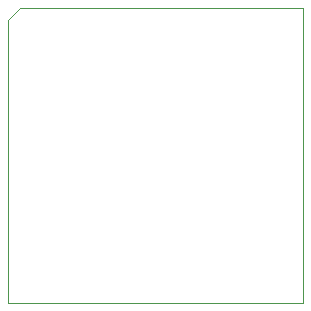
<source format=gm1>
G04 #@! TF.GenerationSoftware,KiCad,Pcbnew,(6.0.0-0)*
G04 #@! TF.CreationDate,2022-05-15T17:03:54+02:00*
G04 #@! TF.ProjectId,rp2040_stamp,72703230-3430-45f7-9374-616d702e6b69,rev?*
G04 #@! TF.SameCoordinates,Original*
G04 #@! TF.FileFunction,Profile,NP*
%FSLAX46Y46*%
G04 Gerber Fmt 4.6, Leading zero omitted, Abs format (unit mm)*
G04 Created by KiCad (PCBNEW (6.0.0-0)) date 2022-05-15 17:03:54*
%MOMM*%
%LPD*%
G01*
G04 APERTURE LIST*
G04 #@! TA.AperFunction,Profile*
%ADD10C,0.100000*%
G04 #@! TD*
G04 APERTURE END LIST*
D10*
X139000000Y-94000000D02*
X140000000Y-93000000D01*
X139000000Y-118000000D02*
X139000000Y-94000000D01*
X164000000Y-118000000D02*
X139000000Y-118000000D01*
X164000000Y-93000000D02*
X164000000Y-118000000D01*
X140000000Y-93000000D02*
X164000000Y-93000000D01*
M02*

</source>
